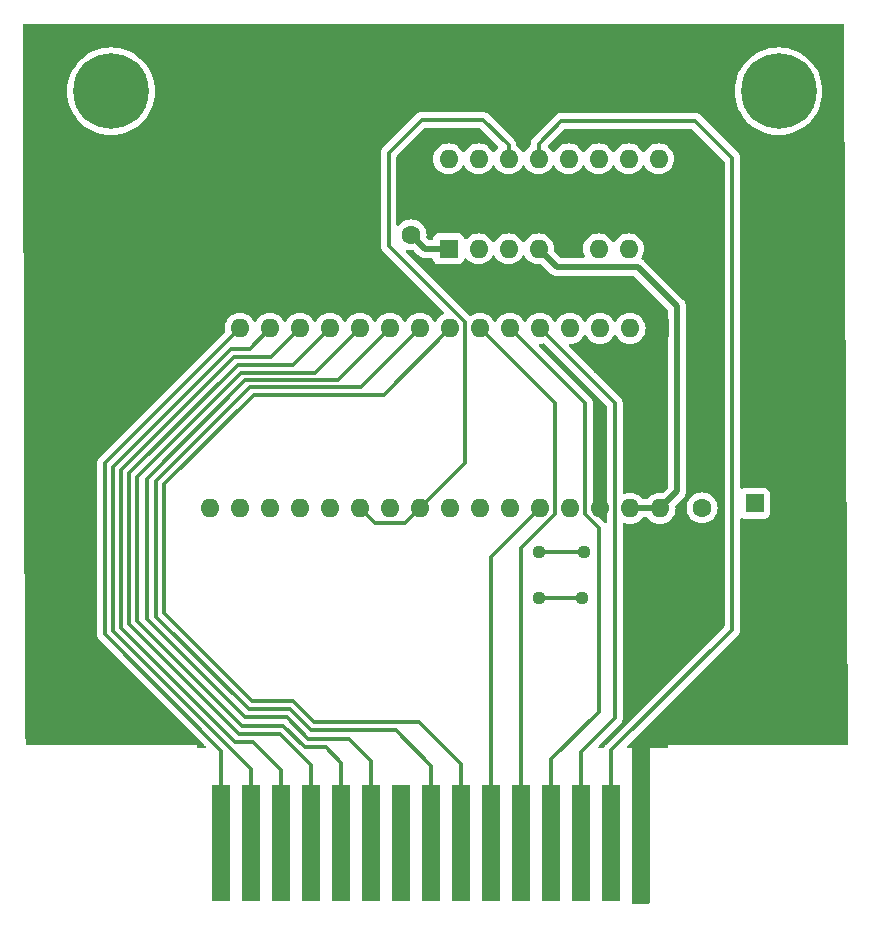
<source format=gbr>
%TF.GenerationSoftware,KiCad,Pcbnew,7.0.11-7.0.11~ubuntu22.04.1*%
%TF.CreationDate,2024-08-09T11:46:46-04:00*%
%TF.ProjectId,colecovision_standard_cart,636f6c65-636f-4766-9973-696f6e5f7374,rev?*%
%TF.SameCoordinates,Original*%
%TF.FileFunction,Copper,L2,Bot*%
%TF.FilePolarity,Positive*%
%FSLAX46Y46*%
G04 Gerber Fmt 4.6, Leading zero omitted, Abs format (unit mm)*
G04 Created by KiCad (PCBNEW 7.0.11-7.0.11~ubuntu22.04.1) date 2024-08-09 11:46:46*
%MOMM*%
%LPD*%
G01*
G04 APERTURE LIST*
%TA.AperFunction,ComponentPad*%
%ADD10C,1.600000*%
%TD*%
%TA.AperFunction,ComponentPad*%
%ADD11C,6.400000*%
%TD*%
%TA.AperFunction,ComponentPad*%
%ADD12R,1.600000X1.600000*%
%TD*%
%TA.AperFunction,ComponentPad*%
%ADD13O,1.600000X1.600000*%
%TD*%
%TA.AperFunction,ConnectorPad*%
%ADD14R,1.524000X9.906000*%
%TD*%
%TA.AperFunction,ViaPad*%
%ADD15C,1.117600*%
%TD*%
%TA.AperFunction,Conductor*%
%ADD16C,0.508000*%
%TD*%
%TA.AperFunction,Conductor*%
%ADD17C,0.304800*%
%TD*%
G04 APERTURE END LIST*
D10*
%TO.P,C1,1*%
%TO.N,+5V*%
X160401000Y-96480000D03*
%TO.P,C1,2*%
%TO.N,GNDD*%
X160401000Y-91480000D03*
%TD*%
%TO.P,C2,1*%
%TO.N,+5V*%
X135763000Y-73366000D03*
%TO.P,C2,2*%
%TO.N,GNDD*%
X135763000Y-68366000D03*
%TD*%
D11*
%TO.P,H2,1*%
%TO.N,N/C*%
X166878000Y-61214000D03*
%TD*%
D12*
%TO.P,U1,1,I4*%
%TO.N,+5V*%
X138938000Y-74549000D03*
D13*
%TO.P,U1,2,I5*%
X141478000Y-74549000D03*
%TO.P,U1,3,I6*%
X144018000Y-74549000D03*
%TO.P,U1,4,I7*%
X146558000Y-74549000D03*
%TO.P,U1,5,EI*%
%TO.N,GNDD*%
X149098000Y-74549000D03*
%TO.P,U1,6,S2*%
%TO.N,unconnected-(U1-S2-Pad6)*%
X151638000Y-74549000D03*
%TO.P,U1,7,S1*%
%TO.N,Net-(U1-S1)*%
X154178000Y-74549000D03*
%TO.P,U1,8,GND*%
%TO.N,GNDD*%
X156718000Y-74549000D03*
%TO.P,U1,9,S0*%
%TO.N,Net-(U1-S0)*%
X156718000Y-66929000D03*
%TO.P,U1,10,IO*%
%TO.N,/~{CS_h8000}*%
X154178000Y-66929000D03*
%TO.P,U1,11,I1*%
%TO.N,/~{CS_hA000}*%
X151638000Y-66929000D03*
%TO.P,U1,12,I2*%
%TO.N,/~{CS_hC000}*%
X149098000Y-66929000D03*
%TO.P,U1,13,I3*%
%TO.N,/~{CS_hE000}*%
X146558000Y-66929000D03*
%TO.P,U1,14,GS*%
%TO.N,Net-(U1-GS)*%
X144018000Y-66929000D03*
%TO.P,U1,15,EO*%
%TO.N,unconnected-(U1-EO-Pad15)*%
X141478000Y-66929000D03*
%TO.P,U1,16,VCC*%
%TO.N,+5V*%
X138938000Y-66929000D03*
%TD*%
D12*
%TO.P,U2,1,NC*%
%TO.N,GNDD*%
X156845000Y-81280000D03*
D13*
%TO.P,U2,2,A16*%
%TO.N,Net-(U1-S1)*%
X154305000Y-81280000D03*
%TO.P,U2,3,A15*%
%TO.N,Net-(U1-S0)*%
X151765000Y-81280000D03*
%TO.P,U2,4,A12*%
%TO.N,/A12*%
X149225000Y-81280000D03*
%TO.P,U2,5,A7*%
%TO.N,/A7*%
X146685000Y-81280000D03*
%TO.P,U2,6,A6*%
%TO.N,/A6*%
X144145000Y-81280000D03*
%TO.P,U2,7,A5*%
%TO.N,/A5*%
X141605000Y-81280000D03*
%TO.P,U2,8,A4*%
%TO.N,/A4*%
X139065000Y-81280000D03*
%TO.P,U2,9,A3*%
%TO.N,/A3*%
X136525000Y-81280000D03*
%TO.P,U2,10,A2*%
%TO.N,/A2*%
X133985000Y-81280000D03*
%TO.P,U2,11,A1*%
%TO.N,/A1*%
X131445000Y-81280000D03*
%TO.P,U2,12,A0*%
%TO.N,/A0*%
X128905000Y-81280000D03*
%TO.P,U2,13,D0*%
%TO.N,/D0*%
X126365000Y-81280000D03*
%TO.P,U2,14,D1*%
%TO.N,/D1*%
X123825000Y-81280000D03*
%TO.P,U2,15,D2*%
%TO.N,/D2*%
X121285000Y-81280000D03*
%TO.P,U2,16,GND*%
%TO.N,GNDD*%
X118745000Y-81280000D03*
%TO.P,U2,17,D3*%
%TO.N,/D3*%
X118745000Y-96520000D03*
%TO.P,U2,18,D4*%
%TO.N,/D4*%
X121285000Y-96520000D03*
%TO.P,U2,19,D5*%
%TO.N,/D5*%
X123825000Y-96520000D03*
%TO.P,U2,20,D6*%
%TO.N,/D6*%
X126365000Y-96520000D03*
%TO.P,U2,21,D7*%
%TO.N,/D7*%
X128905000Y-96520000D03*
%TO.P,U2,22,CE*%
%TO.N,Net-(U1-GS)*%
X131445000Y-96520000D03*
%TO.P,U2,23,A10*%
%TO.N,/A10*%
X133985000Y-96520000D03*
%TO.P,U2,24,OE*%
%TO.N,Net-(U1-GS)*%
X136525000Y-96520000D03*
%TO.P,U2,25,A11*%
%TO.N,/A11*%
X139065000Y-96520000D03*
%TO.P,U2,26,A9*%
%TO.N,/A9*%
X141605000Y-96520000D03*
%TO.P,U2,27,A8*%
%TO.N,/A8*%
X144145000Y-96520000D03*
%TO.P,U2,28,A13*%
%TO.N,/A13*%
X146685000Y-96520000D03*
%TO.P,U2,29,A14*%
%TO.N,/A14*%
X149225000Y-96520000D03*
%TO.P,U2,30,NC*%
%TO.N,GNDD*%
X151765000Y-96520000D03*
%TO.P,U2,31,PGM*%
%TO.N,+5V*%
X154305000Y-96520000D03*
%TO.P,U2,32,VCC*%
X156845000Y-96520000D03*
%TD*%
D12*
%TO.P,C10,1*%
%TO.N,+5V*%
X164846000Y-96099000D03*
D10*
%TO.P,C10,2*%
%TO.N,GNDD*%
X164846000Y-93599000D03*
%TD*%
D14*
%TO.P,J1,1,Pin_1*%
%TO.N,/D2*%
X119705000Y-124824000D03*
%TO.P,J1,3,Pin_3*%
%TO.N,/D1*%
X122245000Y-124824000D03*
%TO.P,J1,5,Pin_5*%
%TO.N,/D0*%
X124785000Y-124824000D03*
%TO.P,J1,7,Pin_7*%
%TO.N,/A0*%
X127325000Y-124824000D03*
%TO.P,J1,9,Pin_9*%
%TO.N,/A1*%
X129865000Y-124824000D03*
%TO.P,J1,11,Pin_11*%
%TO.N,/A2*%
X132405000Y-124824000D03*
%TO.P,J1,13,Pin_13*%
%TO.N,GND*%
X134945000Y-124824000D03*
%TO.P,J1,15,Pin_15*%
%TO.N,/A3*%
X137485000Y-124824000D03*
%TO.P,J1,17,Pin_17*%
%TO.N,/A4*%
X140025000Y-124824000D03*
%TO.P,J1,19,Pin_19*%
%TO.N,/A13*%
X142565000Y-124824000D03*
%TO.P,J1,21,Pin_21*%
%TO.N,/A5*%
X145105000Y-124824000D03*
%TO.P,J1,23,Pin_23*%
%TO.N,/A6*%
X147645000Y-124824000D03*
%TO.P,J1,25,Pin_25*%
%TO.N,/A7*%
X150185000Y-124824000D03*
%TO.P,J1,27,Pin_27*%
%TO.N,/~{CS_hE000}*%
X152725000Y-124824000D03*
%TO.P,J1,29,Pin_29*%
%TO.N,GNDD*%
X155265000Y-124824000D03*
%TD*%
D11*
%TO.P,H1,1*%
%TO.N,N/C*%
X110363000Y-61214000D03*
%TD*%
D15*
%TO.N,GNDD*%
X151688800Y-84632800D03*
%TO.N,/A9*%
X150241000Y-104140000D03*
X146558000Y-104140000D03*
%TO.N,/A8*%
X146558000Y-100203000D03*
X150368000Y-100203000D03*
%TD*%
D16*
%TO.N,+5V*%
X136946000Y-74549000D02*
X135763000Y-73366000D01*
X158280000Y-95085000D02*
X158280000Y-79413000D01*
X156845000Y-96520000D02*
X154305000Y-96520000D01*
X158280000Y-79413000D02*
X154940000Y-76073000D01*
X148082000Y-76073000D02*
X146558000Y-74549000D01*
X156845000Y-96520000D02*
X158280000Y-95085000D01*
X154940000Y-76073000D02*
X148082000Y-76073000D01*
X138938000Y-74549000D02*
X136946000Y-74549000D01*
D17*
%TO.N,/D2*%
X109855000Y-92710000D02*
X121285000Y-81280000D01*
X119705000Y-124824000D02*
X119705000Y-117038000D01*
X109855000Y-107188000D02*
X109855000Y-92710000D01*
X119705000Y-117038000D02*
X109855000Y-107188000D01*
%TO.N,/D1*%
X110540800Y-92994068D02*
X120521468Y-83013400D01*
X122245000Y-118608132D02*
X110540800Y-106903932D01*
X122091600Y-83013400D02*
X123825000Y-81280000D01*
X110540800Y-106903932D02*
X110540800Y-92994068D01*
X122245000Y-124824000D02*
X122245000Y-118608132D01*
X120521468Y-83013400D02*
X122091600Y-83013400D01*
%TO.N,/D0*%
X124785000Y-118689000D02*
X122377200Y-116281200D01*
X111226600Y-106619864D02*
X111226600Y-93278136D01*
X123945800Y-83699200D02*
X126365000Y-81280000D01*
X111226600Y-93278136D02*
X120805536Y-83699200D01*
X120887936Y-116281200D02*
X111226600Y-106619864D01*
X120805536Y-83699200D02*
X123945800Y-83699200D01*
X124785000Y-124824000D02*
X124785000Y-118689000D01*
X122377200Y-116281200D02*
X120887936Y-116281200D01*
%TO.N,/A0*%
X121172004Y-115595400D02*
X111912400Y-106335796D01*
X127325000Y-118261868D02*
X124658532Y-115595400D01*
X111912400Y-93562204D02*
X121089604Y-84385000D01*
X111912400Y-106335796D02*
X111912400Y-93562204D01*
X124658532Y-115595400D02*
X121172004Y-115595400D01*
X127325000Y-124824000D02*
X127325000Y-118261868D01*
X121089604Y-84385000D02*
X125800000Y-84385000D01*
X125800000Y-84385000D02*
X128905000Y-81280000D01*
%TO.N,/A1*%
X112598200Y-93846272D02*
X121373672Y-85070800D01*
X126746000Y-116713000D02*
X124942600Y-114909600D01*
X127654200Y-85070800D02*
X131445000Y-81280000D01*
X128524000Y-116713000D02*
X126746000Y-116713000D01*
X124942600Y-114909600D02*
X121456072Y-114909600D01*
X121373672Y-85070800D02*
X127654200Y-85070800D01*
X112598200Y-106051728D02*
X112598200Y-93846272D01*
X121456072Y-114909600D02*
X112598200Y-106051728D01*
X129865000Y-124824000D02*
X129865000Y-118054000D01*
X129865000Y-118054000D02*
X128524000Y-116713000D01*
%TO.N,/A2*%
X121740140Y-114223800D02*
X113411000Y-105894660D01*
X129584600Y-85680400D02*
X133985000Y-81280000D01*
X113411000Y-94003340D02*
X121733940Y-85680400D01*
X132405000Y-124824000D02*
X132405000Y-117927000D01*
X132405000Y-117927000D02*
X130505200Y-116027200D01*
X125226668Y-114223800D02*
X121740140Y-114223800D01*
X113411000Y-105894660D02*
X113411000Y-94003340D01*
X127030068Y-116027200D02*
X125226668Y-114223800D01*
X121733940Y-85680400D02*
X129584600Y-85680400D01*
X130505200Y-116027200D02*
X127030068Y-116027200D01*
%TO.N,/A3*%
X122094208Y-86290000D02*
X131515000Y-86290000D01*
X114173000Y-94211208D02*
X122094208Y-86290000D01*
X125510736Y-113538000D02*
X122024208Y-113538000D01*
X122024208Y-113538000D02*
X114173000Y-105686792D01*
X137485000Y-124824000D02*
X137485000Y-118308000D01*
X114173000Y-105686792D02*
X114173000Y-94211208D01*
X131515000Y-86290000D02*
X136525000Y-81280000D01*
X137485000Y-118308000D02*
X134493000Y-115316000D01*
X127288736Y-115316000D02*
X125510736Y-113538000D01*
X134493000Y-115316000D02*
X127288736Y-115316000D01*
%TO.N,/A4*%
X133445400Y-86899600D02*
X139065000Y-81280000D01*
X140025000Y-124824000D02*
X140025000Y-118181000D01*
X122308276Y-112852200D02*
X114858800Y-105402724D01*
X125794804Y-112852200D02*
X122308276Y-112852200D01*
X136474200Y-114630200D02*
X127572804Y-114630200D01*
X140025000Y-118181000D02*
X136474200Y-114630200D01*
X127572804Y-114630200D02*
X125794804Y-112852200D01*
X114858800Y-94495276D02*
X122454476Y-86899600D01*
X122454476Y-86899600D02*
X133445400Y-86899600D01*
X114858800Y-105402724D02*
X114858800Y-94495276D01*
%TO.N,/A13*%
X142565000Y-100640000D02*
X146685000Y-96520000D01*
X142565000Y-124824000D02*
X142565000Y-100640000D01*
%TO.N,/A5*%
X147967800Y-97040750D02*
X147967800Y-87642800D01*
X145105000Y-124824000D02*
X145105000Y-99903550D01*
X145105000Y-99903550D02*
X147967800Y-97040750D01*
X147967800Y-87642800D02*
X141605000Y-81280000D01*
%TO.N,/A6*%
X151638000Y-98170950D02*
X150507800Y-97040750D01*
X147645000Y-124824000D02*
X147645000Y-117785000D01*
X150507800Y-87642800D02*
X144145000Y-81280000D01*
X151638000Y-113792000D02*
X151638000Y-98170950D01*
X150507800Y-97040750D02*
X150507800Y-87642800D01*
X147645000Y-117785000D02*
X151638000Y-113792000D01*
%TO.N,/A7*%
X150185000Y-117150000D02*
X153022200Y-114312800D01*
X153022200Y-87617200D02*
X146685000Y-81280000D01*
X150185000Y-124824000D02*
X150185000Y-117150000D01*
X153022200Y-114312800D02*
X153022200Y-87617200D01*
%TO.N,/A9*%
X150241000Y-104140000D02*
X146558000Y-104140000D01*
%TO.N,/~{CS_hE000}*%
X162966400Y-106781600D02*
X162966400Y-66852800D01*
X146558000Y-65633600D02*
X146558000Y-66929000D01*
X152725000Y-124824000D02*
X152725000Y-117023000D01*
X152725000Y-117023000D02*
X162966400Y-106781600D01*
X148488400Y-63703200D02*
X146558000Y-65633600D01*
X159816800Y-63703200D02*
X148488400Y-63703200D01*
X162966400Y-66852800D02*
X159816800Y-63703200D01*
%TO.N,/A8*%
X150368000Y-100203000D02*
X146558000Y-100203000D01*
%TO.N,Net-(U1-GS)*%
X141859000Y-63627000D02*
X144018000Y-65786000D01*
X144018000Y-65786000D02*
X144018000Y-66929000D01*
X136652000Y-63627000D02*
X141859000Y-63627000D01*
X133858000Y-74295000D02*
X133858000Y-66421000D01*
X135267800Y-97777200D02*
X132702200Y-97777200D01*
X140322200Y-92722800D02*
X140322200Y-80759200D01*
X133858000Y-66421000D02*
X136652000Y-63627000D01*
X140322200Y-80759200D02*
X133858000Y-74295000D01*
X132702200Y-97777200D02*
X131445000Y-96520000D01*
X136525000Y-96520000D02*
X135267800Y-97777200D01*
X136525000Y-96520000D02*
X140322200Y-92722800D01*
%TD*%
%TA.AperFunction,Conductor*%
%TO.N,GNDD*%
G36*
X172392976Y-55519002D02*
G01*
X172439469Y-55572658D01*
X172450853Y-55624443D01*
X172537861Y-75331502D01*
X172719441Y-116459444D01*
X172699740Y-116527652D01*
X172646290Y-116574381D01*
X172593442Y-116586000D01*
X157480000Y-116586000D01*
X157480000Y-116714000D01*
X157459998Y-116782121D01*
X157406342Y-116828614D01*
X157354000Y-116840000D01*
X155956000Y-116840000D01*
X155956000Y-129904500D01*
X155935998Y-129972621D01*
X155882342Y-130019114D01*
X155830000Y-130030500D01*
X154558000Y-130030500D01*
X154489879Y-130010498D01*
X154443386Y-129956842D01*
X154432000Y-129904500D01*
X154432000Y-116840000D01*
X154146843Y-116840000D01*
X154078722Y-116819998D01*
X154032229Y-116766342D01*
X154022125Y-116696068D01*
X154051619Y-116631488D01*
X154057748Y-116624905D01*
X158528258Y-112154395D01*
X163416920Y-107265732D01*
X163422447Y-107260530D01*
X163464724Y-107223077D01*
X163496820Y-107176575D01*
X163501295Y-107170493D01*
X163536139Y-107126020D01*
X163539724Y-107118053D01*
X163550927Y-107098189D01*
X163555896Y-107090991D01*
X163575923Y-107038183D01*
X163578837Y-107031148D01*
X163602006Y-106979671D01*
X163602006Y-106979670D01*
X163602009Y-106979664D01*
X163603585Y-106971059D01*
X163609708Y-106949097D01*
X163612808Y-106940925D01*
X163619616Y-106884850D01*
X163620752Y-106877382D01*
X163630940Y-106821797D01*
X163627530Y-106765425D01*
X163627300Y-106757817D01*
X163627300Y-97467025D01*
X163647302Y-97398904D01*
X163700958Y-97352411D01*
X163771232Y-97342307D01*
X163797333Y-97348970D01*
X163799795Y-97349888D01*
X163799796Y-97349889D01*
X163854239Y-97370195D01*
X163936795Y-97400988D01*
X163936803Y-97400990D01*
X163997350Y-97407499D01*
X163997355Y-97407499D01*
X163997362Y-97407500D01*
X163997368Y-97407500D01*
X165694632Y-97407500D01*
X165694638Y-97407500D01*
X165694645Y-97407499D01*
X165694649Y-97407499D01*
X165755196Y-97400990D01*
X165755199Y-97400989D01*
X165755201Y-97400989D01*
X165892204Y-97349889D01*
X165902333Y-97342307D01*
X166009261Y-97262261D01*
X166096887Y-97145207D01*
X166096887Y-97145206D01*
X166096889Y-97145204D01*
X166147989Y-97008201D01*
X166152178Y-96969243D01*
X166154499Y-96947649D01*
X166154500Y-96947632D01*
X166154500Y-95250367D01*
X166154499Y-95250350D01*
X166147990Y-95189803D01*
X166147988Y-95189795D01*
X166118924Y-95111875D01*
X166096889Y-95052796D01*
X166096888Y-95052794D01*
X166096887Y-95052792D01*
X166009261Y-94935738D01*
X165892207Y-94848112D01*
X165892202Y-94848110D01*
X165755204Y-94797011D01*
X165755196Y-94797009D01*
X165694649Y-94790500D01*
X165694638Y-94790500D01*
X163997362Y-94790500D01*
X163997350Y-94790500D01*
X163936803Y-94797009D01*
X163936802Y-94797010D01*
X163936799Y-94797010D01*
X163936799Y-94797011D01*
X163799796Y-94848111D01*
X163799795Y-94848111D01*
X163797333Y-94849030D01*
X163726517Y-94854095D01*
X163664205Y-94820070D01*
X163630180Y-94757758D01*
X163627300Y-94730974D01*
X163627300Y-66876581D01*
X163627530Y-66868973D01*
X163630940Y-66812603D01*
X163620751Y-66757011D01*
X163619616Y-66749552D01*
X163612808Y-66693475D01*
X163609706Y-66685298D01*
X163603585Y-66663338D01*
X163602009Y-66654736D01*
X163578829Y-66603234D01*
X163575928Y-66596231D01*
X163555896Y-66543409D01*
X163550929Y-66536213D01*
X163539724Y-66516346D01*
X163536139Y-66508380D01*
X163536136Y-66508376D01*
X163501318Y-66463935D01*
X163496821Y-66457824D01*
X163464724Y-66411323D01*
X163422437Y-66373860D01*
X163416896Y-66368643D01*
X160300956Y-63252703D01*
X160295738Y-63247161D01*
X160295545Y-63246943D01*
X160258277Y-63204876D01*
X160211773Y-63172776D01*
X160205657Y-63168275D01*
X160161220Y-63133461D01*
X160153246Y-63129872D01*
X160133387Y-63118671D01*
X160126191Y-63113704D01*
X160126189Y-63113703D01*
X160073390Y-63093678D01*
X160066362Y-63090767D01*
X160014869Y-63067593D01*
X160014861Y-63067590D01*
X160009396Y-63066589D01*
X160006260Y-63066014D01*
X159984295Y-63059890D01*
X159976124Y-63056791D01*
X159920074Y-63049985D01*
X159912552Y-63048840D01*
X159856999Y-63038660D01*
X159856997Y-63038660D01*
X159804316Y-63041846D01*
X159800626Y-63042070D01*
X159793018Y-63042300D01*
X148512182Y-63042300D01*
X148504574Y-63042070D01*
X148502058Y-63041917D01*
X148448203Y-63038660D01*
X148448202Y-63038660D01*
X148448200Y-63038660D01*
X148448199Y-63038660D01*
X148392645Y-63048840D01*
X148385124Y-63049985D01*
X148329076Y-63056791D01*
X148320893Y-63059894D01*
X148298943Y-63066013D01*
X148290333Y-63067591D01*
X148238846Y-63090763D01*
X148231820Y-63093673D01*
X148179012Y-63113702D01*
X148179000Y-63113708D01*
X148171801Y-63118677D01*
X148151961Y-63129867D01*
X148143988Y-63133456D01*
X148143973Y-63133465D01*
X148099523Y-63168287D01*
X148093400Y-63172793D01*
X148046922Y-63204876D01*
X148009468Y-63247152D01*
X148004252Y-63252692D01*
X146107501Y-65149444D01*
X146101961Y-65154660D01*
X146059677Y-65192121D01*
X146027589Y-65238608D01*
X146023081Y-65244735D01*
X145988258Y-65289184D01*
X145984670Y-65297156D01*
X145973475Y-65317006D01*
X145968505Y-65324207D01*
X145968502Y-65324212D01*
X145948473Y-65377020D01*
X145945563Y-65384046D01*
X145922391Y-65435533D01*
X145920813Y-65444143D01*
X145914694Y-65466093D01*
X145911591Y-65474276D01*
X145904785Y-65530324D01*
X145903640Y-65537845D01*
X145893460Y-65593399D01*
X145893460Y-65593400D01*
X145896870Y-65649773D01*
X145897100Y-65657381D01*
X145897100Y-65728791D01*
X145877098Y-65796912D01*
X145843371Y-65832004D01*
X145713700Y-65922801D01*
X145551799Y-66084703D01*
X145420477Y-66272250D01*
X145402195Y-66311457D01*
X145355278Y-66364742D01*
X145287001Y-66384203D01*
X145219041Y-66363661D01*
X145173805Y-66311457D01*
X145171894Y-66307359D01*
X145155523Y-66272251D01*
X145024198Y-66084700D01*
X144862300Y-65922802D01*
X144862296Y-65922799D01*
X144735596Y-65834082D01*
X144691268Y-65778625D01*
X144685422Y-65753025D01*
X144683914Y-65753302D01*
X144682540Y-65745803D01*
X144672350Y-65690206D01*
X144671217Y-65682757D01*
X144664408Y-65626675D01*
X144661306Y-65618498D01*
X144655185Y-65596538D01*
X144653609Y-65587936D01*
X144630429Y-65536434D01*
X144627528Y-65529431D01*
X144607496Y-65476609D01*
X144602529Y-65469413D01*
X144591324Y-65449546D01*
X144587739Y-65441580D01*
X144587736Y-65441576D01*
X144552918Y-65397135D01*
X144548421Y-65391024D01*
X144516324Y-65344523D01*
X144474037Y-65307060D01*
X144468496Y-65301843D01*
X142343156Y-63176503D01*
X142337938Y-63170961D01*
X142335558Y-63168275D01*
X142300477Y-63128676D01*
X142253973Y-63096576D01*
X142247857Y-63092075D01*
X142203420Y-63057261D01*
X142195446Y-63053672D01*
X142175587Y-63042471D01*
X142175006Y-63042070D01*
X142168391Y-63037504D01*
X142168389Y-63037503D01*
X142115590Y-63017478D01*
X142108562Y-63014567D01*
X142057069Y-62991393D01*
X142057061Y-62991390D01*
X142051596Y-62990389D01*
X142048460Y-62989814D01*
X142026495Y-62983690D01*
X142018324Y-62980591D01*
X141962274Y-62973785D01*
X141954752Y-62972640D01*
X141899199Y-62962460D01*
X141899197Y-62962460D01*
X141846516Y-62965646D01*
X141842826Y-62965870D01*
X141835218Y-62966100D01*
X136675782Y-62966100D01*
X136668174Y-62965870D01*
X136665658Y-62965717D01*
X136611803Y-62962460D01*
X136611802Y-62962460D01*
X136611800Y-62962460D01*
X136611799Y-62962460D01*
X136556245Y-62972640D01*
X136548724Y-62973785D01*
X136492676Y-62980591D01*
X136484493Y-62983694D01*
X136462543Y-62989813D01*
X136453933Y-62991391D01*
X136402435Y-63014568D01*
X136395407Y-63017479D01*
X136342608Y-63037503D01*
X136342608Y-63037504D01*
X136335406Y-63042475D01*
X136315555Y-63053671D01*
X136307587Y-63057257D01*
X136307582Y-63057260D01*
X136307581Y-63057261D01*
X136290305Y-63070795D01*
X136263136Y-63092079D01*
X136257012Y-63096584D01*
X136210532Y-63128668D01*
X136210522Y-63128676D01*
X136173067Y-63170953D01*
X136167852Y-63176492D01*
X133407501Y-65936844D01*
X133401961Y-65942060D01*
X133359677Y-65979521D01*
X133327589Y-66026008D01*
X133323081Y-66032135D01*
X133288258Y-66076584D01*
X133284670Y-66084556D01*
X133273475Y-66104406D01*
X133268505Y-66111607D01*
X133268502Y-66111612D01*
X133248473Y-66164420D01*
X133245563Y-66171446D01*
X133222391Y-66222933D01*
X133220813Y-66231543D01*
X133214694Y-66253493D01*
X133211591Y-66261676D01*
X133204785Y-66317724D01*
X133203640Y-66325245D01*
X133193460Y-66380799D01*
X133193460Y-66380800D01*
X133196870Y-66437173D01*
X133197100Y-66444781D01*
X133197100Y-74271217D01*
X133196870Y-74278825D01*
X133193460Y-74335197D01*
X133203640Y-74390752D01*
X133204785Y-74398274D01*
X133211591Y-74454324D01*
X133214690Y-74462495D01*
X133220815Y-74484463D01*
X133222390Y-74493061D01*
X133222393Y-74493069D01*
X133245567Y-74544562D01*
X133248478Y-74551590D01*
X133268503Y-74604389D01*
X133268503Y-74604390D01*
X133273471Y-74611587D01*
X133284672Y-74631446D01*
X133288261Y-74639420D01*
X133323075Y-74683857D01*
X133327576Y-74689973D01*
X133359676Y-74736477D01*
X133392144Y-74765241D01*
X133401961Y-74773938D01*
X133407503Y-74779156D01*
X138528279Y-79899932D01*
X138562305Y-79962244D01*
X138557240Y-80033059D01*
X138514693Y-80089895D01*
X138492434Y-80103222D01*
X138408250Y-80142477D01*
X138220703Y-80273799D01*
X138220697Y-80273804D01*
X138058804Y-80435697D01*
X138058799Y-80435703D01*
X137927477Y-80623250D01*
X137909195Y-80662457D01*
X137862278Y-80715742D01*
X137794001Y-80735203D01*
X137726041Y-80714661D01*
X137680805Y-80662457D01*
X137678894Y-80658359D01*
X137662523Y-80623251D01*
X137531198Y-80435700D01*
X137369300Y-80273802D01*
X137362973Y-80269372D01*
X137181749Y-80142477D01*
X136974246Y-80045717D01*
X136974240Y-80045715D01*
X136880771Y-80020670D01*
X136753087Y-79986457D01*
X136525000Y-79966502D01*
X136296913Y-79986457D01*
X136075759Y-80045715D01*
X136075753Y-80045717D01*
X135868250Y-80142477D01*
X135680703Y-80273799D01*
X135680697Y-80273804D01*
X135518804Y-80435697D01*
X135518799Y-80435703D01*
X135387477Y-80623250D01*
X135369195Y-80662457D01*
X135322278Y-80715742D01*
X135254001Y-80735203D01*
X135186041Y-80714661D01*
X135140805Y-80662457D01*
X135138894Y-80658359D01*
X135122523Y-80623251D01*
X134991198Y-80435700D01*
X134829300Y-80273802D01*
X134822973Y-80269372D01*
X134641749Y-80142477D01*
X134434246Y-80045717D01*
X134434240Y-80045715D01*
X134340771Y-80020670D01*
X134213087Y-79986457D01*
X133985000Y-79966502D01*
X133756913Y-79986457D01*
X133535759Y-80045715D01*
X133535753Y-80045717D01*
X133328250Y-80142477D01*
X133140703Y-80273799D01*
X133140697Y-80273804D01*
X132978804Y-80435697D01*
X132978799Y-80435703D01*
X132847477Y-80623250D01*
X132829195Y-80662457D01*
X132782278Y-80715742D01*
X132714001Y-80735203D01*
X132646041Y-80714661D01*
X132600805Y-80662457D01*
X132598894Y-80658359D01*
X132582523Y-80623251D01*
X132451198Y-80435700D01*
X132289300Y-80273802D01*
X132282973Y-80269372D01*
X132101749Y-80142477D01*
X131894246Y-80045717D01*
X131894240Y-80045715D01*
X131800771Y-80020670D01*
X131673087Y-79986457D01*
X131445000Y-79966502D01*
X131216913Y-79986457D01*
X130995759Y-80045715D01*
X130995753Y-80045717D01*
X130788250Y-80142477D01*
X130600703Y-80273799D01*
X130600697Y-80273804D01*
X130438804Y-80435697D01*
X130438799Y-80435703D01*
X130307477Y-80623250D01*
X130289195Y-80662457D01*
X130242278Y-80715742D01*
X130174001Y-80735203D01*
X130106041Y-80714661D01*
X130060805Y-80662457D01*
X130058894Y-80658359D01*
X130042523Y-80623251D01*
X129911198Y-80435700D01*
X129749300Y-80273802D01*
X129742973Y-80269372D01*
X129561749Y-80142477D01*
X129354246Y-80045717D01*
X129354240Y-80045715D01*
X129260771Y-80020670D01*
X129133087Y-79986457D01*
X128905000Y-79966502D01*
X128676913Y-79986457D01*
X128455759Y-80045715D01*
X128455753Y-80045717D01*
X128248250Y-80142477D01*
X128060703Y-80273799D01*
X128060697Y-80273804D01*
X127898804Y-80435697D01*
X127898799Y-80435703D01*
X127767477Y-80623250D01*
X127749195Y-80662457D01*
X127702278Y-80715742D01*
X127634001Y-80735203D01*
X127566041Y-80714661D01*
X127520805Y-80662457D01*
X127518894Y-80658359D01*
X127502523Y-80623251D01*
X127371198Y-80435700D01*
X127209300Y-80273802D01*
X127202973Y-80269372D01*
X127021749Y-80142477D01*
X126814246Y-80045717D01*
X126814240Y-80045715D01*
X126720771Y-80020670D01*
X126593087Y-79986457D01*
X126365000Y-79966502D01*
X126136913Y-79986457D01*
X125915759Y-80045715D01*
X125915753Y-80045717D01*
X125708250Y-80142477D01*
X125520703Y-80273799D01*
X125520697Y-80273804D01*
X125358804Y-80435697D01*
X125358799Y-80435703D01*
X125227477Y-80623250D01*
X125209195Y-80662457D01*
X125162278Y-80715742D01*
X125094001Y-80735203D01*
X125026041Y-80714661D01*
X124980805Y-80662457D01*
X124978894Y-80658359D01*
X124962523Y-80623251D01*
X124831198Y-80435700D01*
X124669300Y-80273802D01*
X124662973Y-80269372D01*
X124481749Y-80142477D01*
X124274246Y-80045717D01*
X124274240Y-80045715D01*
X124180771Y-80020670D01*
X124053087Y-79986457D01*
X123825000Y-79966502D01*
X123596913Y-79986457D01*
X123375759Y-80045715D01*
X123375753Y-80045717D01*
X123168250Y-80142477D01*
X122980703Y-80273799D01*
X122980697Y-80273804D01*
X122818804Y-80435697D01*
X122818799Y-80435703D01*
X122687477Y-80623250D01*
X122669195Y-80662457D01*
X122622278Y-80715742D01*
X122554001Y-80735203D01*
X122486041Y-80714661D01*
X122440805Y-80662457D01*
X122438894Y-80658359D01*
X122422523Y-80623251D01*
X122291198Y-80435700D01*
X122129300Y-80273802D01*
X122122973Y-80269372D01*
X121941749Y-80142477D01*
X121734246Y-80045717D01*
X121734240Y-80045715D01*
X121640771Y-80020670D01*
X121513087Y-79986457D01*
X121285000Y-79966502D01*
X121056913Y-79986457D01*
X120835759Y-80045715D01*
X120835753Y-80045717D01*
X120628250Y-80142477D01*
X120440703Y-80273799D01*
X120440697Y-80273804D01*
X120278804Y-80435697D01*
X120278799Y-80435703D01*
X120147477Y-80623250D01*
X120050717Y-80830753D01*
X120050715Y-80830759D01*
X119991457Y-81051913D01*
X119971502Y-81280000D01*
X119991457Y-81508088D01*
X120000271Y-81540981D01*
X119998581Y-81611957D01*
X119967659Y-81662686D01*
X109404501Y-92225844D01*
X109398961Y-92231060D01*
X109356677Y-92268521D01*
X109324589Y-92315008D01*
X109320081Y-92321135D01*
X109285258Y-92365584D01*
X109281670Y-92373556D01*
X109270475Y-92393406D01*
X109265505Y-92400607D01*
X109265502Y-92400612D01*
X109245473Y-92453420D01*
X109242563Y-92460446D01*
X109219391Y-92511933D01*
X109217813Y-92520543D01*
X109211694Y-92542493D01*
X109208591Y-92550676D01*
X109201785Y-92606724D01*
X109200640Y-92614245D01*
X109190460Y-92669799D01*
X109190460Y-92669800D01*
X109190460Y-92669802D01*
X109190460Y-92669803D01*
X109193870Y-92726173D01*
X109194100Y-92733781D01*
X109194100Y-107164217D01*
X109193870Y-107171825D01*
X109190460Y-107228197D01*
X109200640Y-107283752D01*
X109201785Y-107291274D01*
X109208591Y-107347324D01*
X109211690Y-107355495D01*
X109217815Y-107377463D01*
X109219390Y-107386061D01*
X109219393Y-107386069D01*
X109242567Y-107437562D01*
X109245478Y-107444590D01*
X109265503Y-107497389D01*
X109265503Y-107497390D01*
X109270471Y-107504587D01*
X109281672Y-107524446D01*
X109285261Y-107532420D01*
X109320075Y-107576857D01*
X109324576Y-107582973D01*
X109356676Y-107629477D01*
X109398743Y-107666745D01*
X109398961Y-107666938D01*
X109404503Y-107672156D01*
X118357251Y-116624905D01*
X118391277Y-116687217D01*
X118386212Y-116758032D01*
X118343665Y-116814868D01*
X118277145Y-116839679D01*
X118268156Y-116840000D01*
X117728000Y-116840000D01*
X117659879Y-116819998D01*
X117613386Y-116766342D01*
X117602000Y-116714000D01*
X117602000Y-116586000D01*
X103249445Y-116586000D01*
X103181324Y-116565998D01*
X103134831Y-116512342D01*
X103123446Y-116460556D01*
X103119232Y-115506195D01*
X102879532Y-61214006D01*
X106649411Y-61214006D01*
X106669752Y-61602167D01*
X106730561Y-61986097D01*
X106831168Y-62361568D01*
X106970463Y-62724443D01*
X106970467Y-62724451D01*
X107146938Y-63070795D01*
X107358637Y-63396785D01*
X107358649Y-63396802D01*
X107603253Y-63698862D01*
X107603267Y-63698877D01*
X107878122Y-63973732D01*
X107878137Y-63973746D01*
X108180197Y-64218350D01*
X108180214Y-64218362D01*
X108344123Y-64324805D01*
X108506205Y-64430062D01*
X108852547Y-64606532D01*
X108852551Y-64606533D01*
X108852556Y-64606536D01*
X109215431Y-64745831D01*
X109215436Y-64745832D01*
X109215438Y-64745833D01*
X109590901Y-64846438D01*
X109974824Y-64907246D01*
X109974826Y-64907246D01*
X109974832Y-64907247D01*
X110362994Y-64927589D01*
X110363000Y-64927589D01*
X110363006Y-64927589D01*
X110751167Y-64907247D01*
X110751171Y-64907246D01*
X110751176Y-64907246D01*
X111135099Y-64846438D01*
X111510562Y-64745833D01*
X111510565Y-64745831D01*
X111510568Y-64745831D01*
X111873443Y-64606536D01*
X111873444Y-64606535D01*
X111873453Y-64606532D01*
X112219795Y-64430062D01*
X112545793Y-64218357D01*
X112545802Y-64218350D01*
X112847862Y-63973746D01*
X112847867Y-63973740D01*
X112847876Y-63973734D01*
X113122734Y-63698876D01*
X113122740Y-63698867D01*
X113122746Y-63698862D01*
X113367350Y-63396802D01*
X113367351Y-63396799D01*
X113367357Y-63396793D01*
X113579062Y-63070795D01*
X113755532Y-62724453D01*
X113894833Y-62361562D01*
X113995438Y-61986099D01*
X114056246Y-61602176D01*
X114056246Y-61602171D01*
X114056247Y-61602167D01*
X114076589Y-61214006D01*
X163164411Y-61214006D01*
X163184752Y-61602167D01*
X163245561Y-61986097D01*
X163346168Y-62361568D01*
X163485463Y-62724443D01*
X163485467Y-62724451D01*
X163661938Y-63070795D01*
X163873637Y-63396785D01*
X163873649Y-63396802D01*
X164118253Y-63698862D01*
X164118267Y-63698877D01*
X164393122Y-63973732D01*
X164393137Y-63973746D01*
X164695197Y-64218350D01*
X164695214Y-64218362D01*
X164859123Y-64324805D01*
X165021205Y-64430062D01*
X165367547Y-64606532D01*
X165367551Y-64606533D01*
X165367556Y-64606536D01*
X165730431Y-64745831D01*
X165730436Y-64745832D01*
X165730438Y-64745833D01*
X166105901Y-64846438D01*
X166489824Y-64907246D01*
X166489826Y-64907246D01*
X166489832Y-64907247D01*
X166877994Y-64927589D01*
X166878000Y-64927589D01*
X166878006Y-64927589D01*
X167266167Y-64907247D01*
X167266171Y-64907246D01*
X167266176Y-64907246D01*
X167650099Y-64846438D01*
X168025562Y-64745833D01*
X168025565Y-64745831D01*
X168025568Y-64745831D01*
X168388443Y-64606536D01*
X168388444Y-64606535D01*
X168388453Y-64606532D01*
X168734795Y-64430062D01*
X169060793Y-64218357D01*
X169060802Y-64218350D01*
X169362862Y-63973746D01*
X169362867Y-63973740D01*
X169362876Y-63973734D01*
X169637734Y-63698876D01*
X169637740Y-63698867D01*
X169637746Y-63698862D01*
X169882350Y-63396802D01*
X169882351Y-63396799D01*
X169882357Y-63396793D01*
X170094062Y-63070795D01*
X170270532Y-62724453D01*
X170409833Y-62361562D01*
X170510438Y-61986099D01*
X170571246Y-61602176D01*
X170571246Y-61602171D01*
X170571247Y-61602167D01*
X170591589Y-61214006D01*
X170591589Y-61213993D01*
X170571247Y-60825832D01*
X170510438Y-60441902D01*
X170409831Y-60066431D01*
X170270536Y-59703556D01*
X170270532Y-59703548D01*
X170270532Y-59703547D01*
X170094062Y-59357206D01*
X169882357Y-59031207D01*
X169882354Y-59031203D01*
X169882352Y-59031200D01*
X169637746Y-58729137D01*
X169637732Y-58729122D01*
X169362877Y-58454267D01*
X169362862Y-58454253D01*
X169060802Y-58209649D01*
X169060785Y-58209637D01*
X168734795Y-57997938D01*
X168388451Y-57821467D01*
X168388443Y-57821463D01*
X168025568Y-57682168D01*
X167650097Y-57581561D01*
X167266167Y-57520752D01*
X166878006Y-57500411D01*
X166877994Y-57500411D01*
X166489832Y-57520752D01*
X166105902Y-57581561D01*
X165730431Y-57682168D01*
X165367556Y-57821463D01*
X165367548Y-57821467D01*
X165021205Y-57997938D01*
X164695203Y-58209645D01*
X164695200Y-58209647D01*
X164393137Y-58454253D01*
X164393122Y-58454267D01*
X164118267Y-58729122D01*
X164118253Y-58729137D01*
X163873647Y-59031200D01*
X163873645Y-59031203D01*
X163661938Y-59357205D01*
X163485467Y-59703548D01*
X163485463Y-59703556D01*
X163346168Y-60066431D01*
X163245561Y-60441902D01*
X163184752Y-60825832D01*
X163164411Y-61213993D01*
X163164411Y-61214006D01*
X114076589Y-61214006D01*
X114076589Y-61213993D01*
X114056247Y-60825832D01*
X113995438Y-60441902D01*
X113894831Y-60066431D01*
X113755536Y-59703556D01*
X113755532Y-59703548D01*
X113755532Y-59703547D01*
X113579062Y-59357206D01*
X113367357Y-59031207D01*
X113367354Y-59031203D01*
X113367352Y-59031200D01*
X113122746Y-58729137D01*
X113122732Y-58729122D01*
X112847877Y-58454267D01*
X112847862Y-58454253D01*
X112545802Y-58209649D01*
X112545785Y-58209637D01*
X112219795Y-57997938D01*
X111873451Y-57821467D01*
X111873443Y-57821463D01*
X111510568Y-57682168D01*
X111135097Y-57581561D01*
X110751167Y-57520752D01*
X110363006Y-57500411D01*
X110362994Y-57500411D01*
X109974832Y-57520752D01*
X109590902Y-57581561D01*
X109215431Y-57682168D01*
X108852556Y-57821463D01*
X108852548Y-57821467D01*
X108506205Y-57997938D01*
X108180203Y-58209645D01*
X108180200Y-58209647D01*
X107878137Y-58454253D01*
X107878122Y-58454267D01*
X107603267Y-58729122D01*
X107603253Y-58729137D01*
X107358647Y-59031200D01*
X107358645Y-59031203D01*
X107146938Y-59357205D01*
X106970467Y-59703548D01*
X106970463Y-59703556D01*
X106831168Y-60066431D01*
X106730561Y-60441902D01*
X106669752Y-60825832D01*
X106649411Y-61213993D01*
X106649411Y-61214006D01*
X102879532Y-61214006D01*
X102870501Y-59168522D01*
X102870500Y-59167966D01*
X102870500Y-55625000D01*
X102890502Y-55556879D01*
X102944158Y-55510386D01*
X102996500Y-55499000D01*
X172324855Y-55499000D01*
X172392976Y-55519002D01*
G37*
%TD.AperFunction*%
%TA.AperFunction,Conductor*%
G36*
X141601178Y-64307902D02*
G01*
X141622152Y-64324805D01*
X143107829Y-65810482D01*
X143141855Y-65872794D01*
X143136790Y-65943609D01*
X143107830Y-65988672D01*
X143011799Y-66084703D01*
X142880477Y-66272250D01*
X142862195Y-66311457D01*
X142815278Y-66364742D01*
X142747001Y-66384203D01*
X142679041Y-66363661D01*
X142633805Y-66311457D01*
X142631894Y-66307359D01*
X142615523Y-66272251D01*
X142484198Y-66084700D01*
X142322300Y-65922802D01*
X142250881Y-65872794D01*
X142134749Y-65791477D01*
X141927246Y-65694717D01*
X141927240Y-65694715D01*
X141787908Y-65657381D01*
X141706087Y-65635457D01*
X141478000Y-65615502D01*
X141249913Y-65635457D01*
X141028759Y-65694715D01*
X141028753Y-65694717D01*
X140821250Y-65791477D01*
X140633703Y-65922799D01*
X140633697Y-65922804D01*
X140471804Y-66084697D01*
X140471799Y-66084703D01*
X140340477Y-66272250D01*
X140322195Y-66311457D01*
X140275278Y-66364742D01*
X140207001Y-66384203D01*
X140139041Y-66363661D01*
X140093805Y-66311457D01*
X140091894Y-66307359D01*
X140075523Y-66272251D01*
X139944198Y-66084700D01*
X139782300Y-65922802D01*
X139710881Y-65872794D01*
X139594749Y-65791477D01*
X139387246Y-65694717D01*
X139387240Y-65694715D01*
X139247908Y-65657381D01*
X139166087Y-65635457D01*
X138938000Y-65615502D01*
X138709913Y-65635457D01*
X138488759Y-65694715D01*
X138488753Y-65694717D01*
X138281250Y-65791477D01*
X138093703Y-65922799D01*
X138093697Y-65922804D01*
X137931804Y-66084697D01*
X137931799Y-66084703D01*
X137800477Y-66272250D01*
X137703717Y-66479753D01*
X137703715Y-66479759D01*
X137686661Y-66543407D01*
X137644457Y-66700913D01*
X137624502Y-66929000D01*
X137644457Y-67157087D01*
X137703716Y-67378243D01*
X137800477Y-67585749D01*
X137931802Y-67773300D01*
X138093700Y-67935198D01*
X138281251Y-68066523D01*
X138488757Y-68163284D01*
X138709913Y-68222543D01*
X138938000Y-68242498D01*
X139166087Y-68222543D01*
X139387243Y-68163284D01*
X139594749Y-68066523D01*
X139782300Y-67935198D01*
X139944198Y-67773300D01*
X140075523Y-67585749D01*
X140093805Y-67546543D01*
X140140721Y-67493258D01*
X140208998Y-67473796D01*
X140276958Y-67494337D01*
X140322195Y-67546543D01*
X140340477Y-67585749D01*
X140471802Y-67773300D01*
X140633700Y-67935198D01*
X140821251Y-68066523D01*
X141028757Y-68163284D01*
X141249913Y-68222543D01*
X141478000Y-68242498D01*
X141706087Y-68222543D01*
X141927243Y-68163284D01*
X142134749Y-68066523D01*
X142322300Y-67935198D01*
X142484198Y-67773300D01*
X142615523Y-67585749D01*
X142633805Y-67546543D01*
X142680721Y-67493258D01*
X142748998Y-67473796D01*
X142816958Y-67494337D01*
X142862195Y-67546543D01*
X142880477Y-67585749D01*
X143011802Y-67773300D01*
X143173700Y-67935198D01*
X143361251Y-68066523D01*
X143568757Y-68163284D01*
X143789913Y-68222543D01*
X144018000Y-68242498D01*
X144246087Y-68222543D01*
X144467243Y-68163284D01*
X144674749Y-68066523D01*
X144862300Y-67935198D01*
X145024198Y-67773300D01*
X145155523Y-67585749D01*
X145173805Y-67546543D01*
X145220721Y-67493258D01*
X145288998Y-67473796D01*
X145356958Y-67494337D01*
X145402195Y-67546543D01*
X145420477Y-67585749D01*
X145551802Y-67773300D01*
X145713700Y-67935198D01*
X145901251Y-68066523D01*
X146108757Y-68163284D01*
X146329913Y-68222543D01*
X146558000Y-68242498D01*
X146786087Y-68222543D01*
X147007243Y-68163284D01*
X147214749Y-68066523D01*
X147402300Y-67935198D01*
X147564198Y-67773300D01*
X147695523Y-67585749D01*
X147713805Y-67546543D01*
X147760721Y-67493258D01*
X147828998Y-67473796D01*
X147896958Y-67494337D01*
X147942195Y-67546543D01*
X147960477Y-67585749D01*
X148091802Y-67773300D01*
X148253700Y-67935198D01*
X148441251Y-68066523D01*
X148648757Y-68163284D01*
X148869913Y-68222543D01*
X149098000Y-68242498D01*
X149326087Y-68222543D01*
X149547243Y-68163284D01*
X149754749Y-68066523D01*
X149942300Y-67935198D01*
X150104198Y-67773300D01*
X150235523Y-67585749D01*
X150253805Y-67546543D01*
X150300721Y-67493258D01*
X150368998Y-67473796D01*
X150436958Y-67494337D01*
X150482195Y-67546543D01*
X150500477Y-67585749D01*
X150631802Y-67773300D01*
X150793700Y-67935198D01*
X150981251Y-68066523D01*
X151188757Y-68163284D01*
X151409913Y-68222543D01*
X151638000Y-68242498D01*
X151866087Y-68222543D01*
X152087243Y-68163284D01*
X152294749Y-68066523D01*
X152482300Y-67935198D01*
X152644198Y-67773300D01*
X152775523Y-67585749D01*
X152793805Y-67546543D01*
X152840721Y-67493258D01*
X152908998Y-67473796D01*
X152976958Y-67494337D01*
X153022195Y-67546543D01*
X153040477Y-67585749D01*
X153171802Y-67773300D01*
X153333700Y-67935198D01*
X153521251Y-68066523D01*
X153728757Y-68163284D01*
X153949913Y-68222543D01*
X154178000Y-68242498D01*
X154406087Y-68222543D01*
X154627243Y-68163284D01*
X154834749Y-68066523D01*
X155022300Y-67935198D01*
X155184198Y-67773300D01*
X155315523Y-67585749D01*
X155333805Y-67546543D01*
X155380721Y-67493258D01*
X155448998Y-67473796D01*
X155516958Y-67494337D01*
X155562195Y-67546543D01*
X155580477Y-67585749D01*
X155711802Y-67773300D01*
X155873700Y-67935198D01*
X156061251Y-68066523D01*
X156268757Y-68163284D01*
X156489913Y-68222543D01*
X156718000Y-68242498D01*
X156946087Y-68222543D01*
X157167243Y-68163284D01*
X157374749Y-68066523D01*
X157562300Y-67935198D01*
X157724198Y-67773300D01*
X157855523Y-67585749D01*
X157952284Y-67378243D01*
X158011543Y-67157087D01*
X158031498Y-66929000D01*
X158011543Y-66700913D01*
X157952284Y-66479757D01*
X157855523Y-66272251D01*
X157724198Y-66084700D01*
X157562300Y-65922802D01*
X157490881Y-65872794D01*
X157374749Y-65791477D01*
X157167246Y-65694717D01*
X157167240Y-65694715D01*
X157027908Y-65657381D01*
X156946087Y-65635457D01*
X156718000Y-65615502D01*
X156489913Y-65635457D01*
X156268759Y-65694715D01*
X156268753Y-65694717D01*
X156061250Y-65791477D01*
X155873703Y-65922799D01*
X155873697Y-65922804D01*
X155711804Y-66084697D01*
X155711799Y-66084703D01*
X155580477Y-66272250D01*
X155562195Y-66311457D01*
X155515278Y-66364742D01*
X155447001Y-66384203D01*
X155379041Y-66363661D01*
X155333805Y-66311457D01*
X155331894Y-66307359D01*
X155315523Y-66272251D01*
X155184198Y-66084700D01*
X155022300Y-65922802D01*
X154950881Y-65872794D01*
X154834749Y-65791477D01*
X154627246Y-65694717D01*
X154627240Y-65694715D01*
X154487908Y-65657381D01*
X154406087Y-65635457D01*
X154178000Y-65615502D01*
X153949913Y-65635457D01*
X153728759Y-65694715D01*
X153728753Y-65694717D01*
X153521250Y-65791477D01*
X153333703Y-65922799D01*
X153333697Y-65922804D01*
X153171804Y-66084697D01*
X153171799Y-66084703D01*
X153040477Y-66272250D01*
X153022195Y-66311457D01*
X152975278Y-66364742D01*
X152907001Y-66384203D01*
X152839041Y-66363661D01*
X152793805Y-66311457D01*
X152791894Y-66307359D01*
X152775523Y-66272251D01*
X152644198Y-66084700D01*
X152482300Y-65922802D01*
X152410881Y-65872794D01*
X152294749Y-65791477D01*
X152087246Y-65694717D01*
X152087240Y-65694715D01*
X151947908Y-65657381D01*
X151866087Y-65635457D01*
X151638000Y-65615502D01*
X151409913Y-65635457D01*
X151188759Y-65694715D01*
X151188753Y-65694717D01*
X150981250Y-65791477D01*
X150793703Y-65922799D01*
X150793697Y-65922804D01*
X150631804Y-66084697D01*
X150631799Y-66084703D01*
X150500477Y-66272250D01*
X150482195Y-66311457D01*
X150435278Y-66364742D01*
X150367001Y-66384203D01*
X150299041Y-66363661D01*
X150253805Y-66311457D01*
X150251894Y-66307359D01*
X150235523Y-66272251D01*
X150104198Y-66084700D01*
X149942300Y-65922802D01*
X149870881Y-65872794D01*
X149754749Y-65791477D01*
X149547246Y-65694717D01*
X149547240Y-65694715D01*
X149407908Y-65657381D01*
X149326087Y-65635457D01*
X149098000Y-65615502D01*
X148869913Y-65635457D01*
X148648759Y-65694715D01*
X148648753Y-65694717D01*
X148441250Y-65791477D01*
X148253703Y-65922799D01*
X148253697Y-65922804D01*
X148091804Y-66084697D01*
X148091799Y-66084703D01*
X147960477Y-66272250D01*
X147942195Y-66311457D01*
X147895278Y-66364742D01*
X147827001Y-66384203D01*
X147759041Y-66363661D01*
X147713805Y-66311457D01*
X147711894Y-66307359D01*
X147695523Y-66272251D01*
X147564198Y-66084700D01*
X147402300Y-65922802D01*
X147402296Y-65922799D01*
X147399511Y-65920462D01*
X147398618Y-65919120D01*
X147398410Y-65918912D01*
X147398451Y-65918870D01*
X147360184Y-65861353D01*
X147359058Y-65790365D01*
X147391405Y-65734846D01*
X148725250Y-64401004D01*
X148787562Y-64366979D01*
X148814345Y-64364100D01*
X159490857Y-64364100D01*
X159558978Y-64384102D01*
X159579952Y-64401005D01*
X162268595Y-67089648D01*
X162302621Y-67151960D01*
X162305500Y-67178743D01*
X162305500Y-106455656D01*
X162285498Y-106523777D01*
X162268595Y-106544751D01*
X152274501Y-116538844D01*
X152268961Y-116544060D01*
X152226677Y-116581521D01*
X152194589Y-116628008D01*
X152190081Y-116634135D01*
X152155258Y-116678584D01*
X152151670Y-116686556D01*
X152140475Y-116706406D01*
X152135505Y-116713607D01*
X152118409Y-116758683D01*
X152075550Y-116815283D01*
X152008894Y-116839727D01*
X152000598Y-116840000D01*
X151733843Y-116840000D01*
X151665722Y-116819998D01*
X151619229Y-116766342D01*
X151609125Y-116696068D01*
X151638619Y-116631488D01*
X151644748Y-116624905D01*
X152292753Y-115976900D01*
X153472721Y-114796931D01*
X153478228Y-114791746D01*
X153520524Y-114754277D01*
X153520527Y-114754273D01*
X153520528Y-114754272D01*
X153535296Y-114732874D01*
X153552613Y-114707786D01*
X153557116Y-114701668D01*
X153561960Y-114695484D01*
X153591939Y-114657219D01*
X153595520Y-114649259D01*
X153606729Y-114629386D01*
X153611696Y-114622191D01*
X153631730Y-114569364D01*
X153634632Y-114562359D01*
X153657806Y-114510871D01*
X153657806Y-114510870D01*
X153657809Y-114510864D01*
X153659385Y-114502259D01*
X153665508Y-114480297D01*
X153668608Y-114472125D01*
X153675416Y-114416050D01*
X153676552Y-114408582D01*
X153686740Y-114352997D01*
X153683330Y-114296625D01*
X153683100Y-114289017D01*
X153683100Y-97871388D01*
X153703102Y-97803267D01*
X153756758Y-97756774D01*
X153827032Y-97746670D01*
X153852204Y-97752990D01*
X153855746Y-97754279D01*
X153855757Y-97754284D01*
X154076913Y-97813543D01*
X154305000Y-97833498D01*
X154533087Y-97813543D01*
X154754243Y-97754284D01*
X154961749Y-97657523D01*
X155149300Y-97526198D01*
X155311198Y-97364300D01*
X155330854Y-97336229D01*
X155386312Y-97291900D01*
X155434067Y-97282500D01*
X155715933Y-97282500D01*
X155784054Y-97302502D01*
X155819146Y-97336229D01*
X155838802Y-97364300D01*
X156000700Y-97526198D01*
X156188251Y-97657523D01*
X156395757Y-97754284D01*
X156616913Y-97813543D01*
X156845000Y-97833498D01*
X157073087Y-97813543D01*
X157294243Y-97754284D01*
X157501749Y-97657523D01*
X157689300Y-97526198D01*
X157851198Y-97364300D01*
X157982523Y-97176749D01*
X158079284Y-96969243D01*
X158138543Y-96748087D01*
X158158498Y-96520000D01*
X158154998Y-96480000D01*
X159087502Y-96480000D01*
X159107457Y-96708086D01*
X159166715Y-96929240D01*
X159166717Y-96929246D01*
X159203532Y-97008196D01*
X159263477Y-97136749D01*
X159394802Y-97324300D01*
X159556700Y-97486198D01*
X159744251Y-97617523D01*
X159951757Y-97714284D01*
X160172913Y-97773543D01*
X160401000Y-97793498D01*
X160629087Y-97773543D01*
X160850243Y-97714284D01*
X161057749Y-97617523D01*
X161245300Y-97486198D01*
X161407198Y-97324300D01*
X161538523Y-97136749D01*
X161635284Y-96929243D01*
X161694543Y-96708087D01*
X161714498Y-96480000D01*
X161694543Y-96251913D01*
X161635284Y-96030757D01*
X161538523Y-95823251D01*
X161407198Y-95635700D01*
X161245300Y-95473802D01*
X161057749Y-95342477D01*
X161023430Y-95326474D01*
X160850246Y-95245717D01*
X160850240Y-95245715D01*
X160689553Y-95202659D01*
X160629087Y-95186457D01*
X160401000Y-95166502D01*
X160172913Y-95186457D01*
X159951759Y-95245715D01*
X159951753Y-95245717D01*
X159744250Y-95342477D01*
X159556703Y-95473799D01*
X159556697Y-95473804D01*
X159394804Y-95635697D01*
X159394799Y-95635703D01*
X159263477Y-95823250D01*
X159166717Y-96030753D01*
X159166715Y-96030759D01*
X159107457Y-96251913D01*
X159087502Y-96480000D01*
X158154998Y-96480000D01*
X158144699Y-96362285D01*
X158158688Y-96292683D01*
X158181122Y-96262214D01*
X158773401Y-95669935D01*
X158787240Y-95657975D01*
X158806822Y-95643398D01*
X158839177Y-95604836D01*
X158846596Y-95596740D01*
X158850573Y-95592765D01*
X158870149Y-95568004D01*
X158872395Y-95565249D01*
X158921396Y-95506853D01*
X158921396Y-95506851D01*
X158921399Y-95506849D01*
X158925430Y-95500720D01*
X158925483Y-95500755D01*
X158929595Y-95494300D01*
X158929541Y-95494267D01*
X158933387Y-95488029D01*
X158933395Y-95488020D01*
X158965630Y-95418889D01*
X158967166Y-95415715D01*
X159001394Y-95347566D01*
X159001395Y-95347560D01*
X159001397Y-95347557D01*
X159003908Y-95340661D01*
X159003966Y-95340682D01*
X159006475Y-95333462D01*
X159006416Y-95333443D01*
X159008723Y-95326479D01*
X159008723Y-95326477D01*
X159008725Y-95326474D01*
X159024148Y-95251772D01*
X159024920Y-95248296D01*
X159042500Y-95174123D01*
X159042500Y-95174115D01*
X159043352Y-95166834D01*
X159043412Y-95166841D01*
X159044190Y-95159226D01*
X159044129Y-95159221D01*
X159044767Y-95151917D01*
X159044769Y-95151909D01*
X159042553Y-95075745D01*
X159042500Y-95072081D01*
X159042500Y-79477727D01*
X159043830Y-79459467D01*
X159044153Y-79457257D01*
X159047366Y-79435327D01*
X159042980Y-79385197D01*
X159042500Y-79374214D01*
X159042500Y-79368588D01*
X159038843Y-79337307D01*
X159038470Y-79333658D01*
X159031830Y-79257759D01*
X159031828Y-79257755D01*
X159030346Y-79250574D01*
X159030407Y-79250561D01*
X159028751Y-79243091D01*
X159028692Y-79243106D01*
X159026998Y-79235966D01*
X159026998Y-79235958D01*
X159000927Y-79164330D01*
X158999742Y-79160923D01*
X158975765Y-79088559D01*
X158975764Y-79088558D01*
X158975764Y-79088556D01*
X158972665Y-79081911D01*
X158972720Y-79081885D01*
X158969380Y-79074985D01*
X158969324Y-79075014D01*
X158966030Y-79068454D01*
X158948651Y-79042031D01*
X158924148Y-79004777D01*
X158922232Y-79001771D01*
X158882188Y-78936850D01*
X158882185Y-78936847D01*
X158877642Y-78931102D01*
X158877690Y-78931063D01*
X158872845Y-78925116D01*
X158872799Y-78925156D01*
X158868086Y-78919538D01*
X158812640Y-78867228D01*
X158810012Y-78864674D01*
X155524942Y-75579604D01*
X155512970Y-75565752D01*
X155498398Y-75546178D01*
X155498396Y-75546176D01*
X155459835Y-75513819D01*
X155451733Y-75506394D01*
X155447771Y-75502432D01*
X155447767Y-75502429D01*
X155447765Y-75502427D01*
X155423062Y-75482894D01*
X155420222Y-75480581D01*
X155361855Y-75431605D01*
X155355728Y-75427576D01*
X155355761Y-75427524D01*
X155349303Y-75423410D01*
X155349272Y-75423461D01*
X155336779Y-75415756D01*
X155337845Y-75414026D01*
X155292204Y-75373829D01*
X155272751Y-75305550D01*
X155293301Y-75237592D01*
X155295495Y-75234350D01*
X155315523Y-75205749D01*
X155412284Y-74998243D01*
X155471543Y-74777087D01*
X155491498Y-74549000D01*
X155471543Y-74320913D01*
X155412284Y-74099757D01*
X155315523Y-73892251D01*
X155184198Y-73704700D01*
X155022300Y-73542802D01*
X154834749Y-73411477D01*
X154627246Y-73314717D01*
X154627240Y-73314715D01*
X154533771Y-73289670D01*
X154406087Y-73255457D01*
X154178000Y-73235502D01*
X153949913Y-73255457D01*
X153728759Y-73314715D01*
X153728753Y-73314717D01*
X153521250Y-73411477D01*
X153333703Y-73542799D01*
X153333697Y-73542804D01*
X153171804Y-73704697D01*
X153171799Y-73704703D01*
X153040477Y-73892250D01*
X153022195Y-73931457D01*
X152975278Y-73984742D01*
X152907001Y-74004203D01*
X152839041Y-73983661D01*
X152793805Y-73931457D01*
X152791894Y-73927359D01*
X152775523Y-73892251D01*
X152644198Y-73704700D01*
X152482300Y-73542802D01*
X152294749Y-73411477D01*
X152087246Y-73314717D01*
X152087240Y-73314715D01*
X151993771Y-73289670D01*
X151866087Y-73255457D01*
X151638000Y-73235502D01*
X151409913Y-73255457D01*
X151188759Y-73314715D01*
X151188753Y-73314717D01*
X150981250Y-73411477D01*
X150793703Y-73542799D01*
X150793697Y-73542804D01*
X150631804Y-73704697D01*
X150631799Y-73704703D01*
X150500477Y-73892250D01*
X150403717Y-74099753D01*
X150403715Y-74099759D01*
X150344457Y-74320913D01*
X150324502Y-74549000D01*
X150344457Y-74777087D01*
X150348315Y-74791484D01*
X150403715Y-74998240D01*
X150403717Y-74998246D01*
X150465738Y-75131250D01*
X150476399Y-75201442D01*
X150447419Y-75266255D01*
X150387999Y-75305111D01*
X150351543Y-75310500D01*
X148450028Y-75310500D01*
X148381907Y-75290498D01*
X148360933Y-75273595D01*
X147894125Y-74806787D01*
X147860099Y-74744475D01*
X147857700Y-74706710D01*
X147861736Y-74660579D01*
X147871498Y-74549000D01*
X147851543Y-74320913D01*
X147792284Y-74099757D01*
X147695523Y-73892251D01*
X147564198Y-73704700D01*
X147402300Y-73542802D01*
X147214749Y-73411477D01*
X147007246Y-73314717D01*
X147007240Y-73314715D01*
X146913771Y-73289670D01*
X146786087Y-73255457D01*
X146558000Y-73235502D01*
X146329913Y-73255457D01*
X146108759Y-73314715D01*
X146108753Y-73314717D01*
X145901250Y-73411477D01*
X145713703Y-73542799D01*
X145713697Y-73542804D01*
X145551804Y-73704697D01*
X145551799Y-73704703D01*
X145420477Y-73892250D01*
X145402195Y-73931457D01*
X145355278Y-73984742D01*
X145287001Y-74004203D01*
X145219041Y-73983661D01*
X145173805Y-73931457D01*
X145171894Y-73927359D01*
X145155523Y-73892251D01*
X145024198Y-73704700D01*
X144862300Y-73542802D01*
X144674749Y-73411477D01*
X144467246Y-73314717D01*
X144467240Y-73314715D01*
X144373771Y-73289670D01*
X144246087Y-73255457D01*
X144018000Y-73235502D01*
X143789913Y-73255457D01*
X143568759Y-73314715D01*
X143568753Y-73314717D01*
X143361250Y-73411477D01*
X143173703Y-73542799D01*
X143173697Y-73542804D01*
X143011804Y-73704697D01*
X143011799Y-73704703D01*
X142880477Y-73892250D01*
X142862195Y-73931457D01*
X142815278Y-73984742D01*
X142747001Y-74004203D01*
X142679041Y-73983661D01*
X142633805Y-73931457D01*
X142631894Y-73927359D01*
X142615523Y-73892251D01*
X142484198Y-73704700D01*
X142322300Y-73542802D01*
X142134749Y-73411477D01*
X141927246Y-73314717D01*
X141927240Y-73314715D01*
X141833771Y-73289670D01*
X141706087Y-73255457D01*
X141478000Y-73235502D01*
X141249913Y-73255457D01*
X141028759Y-73314715D01*
X141028753Y-73314717D01*
X140821250Y-73411477D01*
X140633703Y-73542799D01*
X140633697Y-73542804D01*
X140471804Y-73704697D01*
X140471795Y-73704708D01*
X140469483Y-73708010D01*
X140414021Y-73752333D01*
X140343401Y-73759635D01*
X140280044Y-73727598D01*
X140244065Y-73666393D01*
X140240999Y-73649198D01*
X140239989Y-73639799D01*
X140188889Y-73502796D01*
X140188888Y-73502794D01*
X140188887Y-73502792D01*
X140101261Y-73385738D01*
X139984207Y-73298112D01*
X139984202Y-73298110D01*
X139847204Y-73247011D01*
X139847196Y-73247009D01*
X139786649Y-73240500D01*
X139786638Y-73240500D01*
X138089362Y-73240500D01*
X138089350Y-73240500D01*
X138028803Y-73247009D01*
X138028795Y-73247011D01*
X137891797Y-73298110D01*
X137891792Y-73298112D01*
X137774738Y-73385738D01*
X137687112Y-73502792D01*
X137687110Y-73502797D01*
X137636011Y-73639795D01*
X137636009Y-73639803D01*
X137632337Y-73673968D01*
X137605168Y-73739561D01*
X137546850Y-73780052D01*
X137507059Y-73786500D01*
X137314028Y-73786500D01*
X137245907Y-73766498D01*
X137224933Y-73749595D01*
X137099125Y-73623787D01*
X137065099Y-73561475D01*
X137062700Y-73523710D01*
X137074771Y-73385738D01*
X137076498Y-73366000D01*
X137056543Y-73137913D01*
X136997284Y-72916757D01*
X136900523Y-72709251D01*
X136769198Y-72521700D01*
X136607300Y-72359802D01*
X136419749Y-72228477D01*
X136212246Y-72131717D01*
X136212240Y-72131715D01*
X136118771Y-72106670D01*
X135991087Y-72072457D01*
X135763000Y-72052502D01*
X135534913Y-72072457D01*
X135313759Y-72131715D01*
X135313753Y-72131717D01*
X135106250Y-72228477D01*
X134918703Y-72359799D01*
X134918697Y-72359804D01*
X134756804Y-72521697D01*
X134756794Y-72521709D01*
X134748111Y-72534110D01*
X134692653Y-72578437D01*
X134622033Y-72585745D01*
X134558674Y-72553712D01*
X134522690Y-72492510D01*
X134518900Y-72461837D01*
X134518900Y-66746943D01*
X134538902Y-66678822D01*
X134555805Y-66657848D01*
X136888849Y-64324805D01*
X136951161Y-64290779D01*
X136977944Y-64287900D01*
X141533057Y-64287900D01*
X141601178Y-64307902D01*
G37*
%TD.AperFunction*%
%TA.AperFunction,Conductor*%
G36*
X147016955Y-82566417D02*
G01*
X147067687Y-82597340D01*
X152324395Y-87854048D01*
X152358421Y-87916360D01*
X152361300Y-87943143D01*
X152361300Y-97651183D01*
X152341298Y-97719304D01*
X152287642Y-97765797D01*
X152217368Y-97775901D01*
X152152788Y-97746407D01*
X152140993Y-97734742D01*
X152136328Y-97729477D01*
X152136324Y-97729474D01*
X152136324Y-97729473D01*
X152094037Y-97692010D01*
X152088496Y-97686793D01*
X151205605Y-96803902D01*
X151171579Y-96741590D01*
X151168700Y-96714807D01*
X151168700Y-87666581D01*
X151168930Y-87658973D01*
X151170018Y-87640981D01*
X151172340Y-87602603D01*
X151162151Y-87547011D01*
X151161016Y-87539552D01*
X151154208Y-87483475D01*
X151151106Y-87475298D01*
X151144985Y-87453338D01*
X151143409Y-87444736D01*
X151120229Y-87393234D01*
X151117328Y-87386231D01*
X151097296Y-87333409D01*
X151092329Y-87326213D01*
X151081124Y-87306346D01*
X151077539Y-87298380D01*
X151077536Y-87298376D01*
X151069431Y-87288032D01*
X151042711Y-87253925D01*
X151038221Y-87247824D01*
X151006124Y-87201323D01*
X150963837Y-87163860D01*
X150958296Y-87158643D01*
X146607695Y-82808042D01*
X146573669Y-82745730D01*
X146578734Y-82674915D01*
X146621281Y-82618079D01*
X146685804Y-82593427D01*
X146913087Y-82573543D01*
X146945979Y-82564729D01*
X147016955Y-82566417D01*
G37*
%TD.AperFunction*%
%TA.AperFunction,Conductor*%
G36*
X135473155Y-74642994D02*
G01*
X135534913Y-74659543D01*
X135763000Y-74679498D01*
X135896397Y-74667827D01*
X135920710Y-74665700D01*
X135990315Y-74679688D01*
X136020787Y-74702125D01*
X136361058Y-75042396D01*
X136373031Y-75056250D01*
X136387602Y-75075822D01*
X136426168Y-75108182D01*
X136434261Y-75115599D01*
X136438235Y-75119573D01*
X136462952Y-75139117D01*
X136465767Y-75141409D01*
X136524147Y-75190396D01*
X136524149Y-75190397D01*
X136530279Y-75194429D01*
X136530244Y-75194480D01*
X136536697Y-75198591D01*
X136536729Y-75198540D01*
X136542972Y-75202391D01*
X136542979Y-75202394D01*
X136542980Y-75202395D01*
X136612039Y-75234597D01*
X136615330Y-75236190D01*
X136683434Y-75270394D01*
X136683437Y-75270394D01*
X136683438Y-75270395D01*
X136690331Y-75272904D01*
X136690309Y-75272962D01*
X136697538Y-75275475D01*
X136697558Y-75275416D01*
X136704519Y-75277722D01*
X136704521Y-75277722D01*
X136704527Y-75277725D01*
X136779225Y-75293147D01*
X136782667Y-75293911D01*
X136856877Y-75311500D01*
X136864166Y-75312352D01*
X136864158Y-75312412D01*
X136871774Y-75313190D01*
X136871780Y-75313129D01*
X136879083Y-75313767D01*
X136879092Y-75313769D01*
X136953226Y-75311612D01*
X136955271Y-75311553D01*
X136958934Y-75311500D01*
X137507059Y-75311500D01*
X137575180Y-75331502D01*
X137621673Y-75385158D01*
X137632337Y-75424032D01*
X137636009Y-75458196D01*
X137636011Y-75458204D01*
X137687110Y-75595202D01*
X137687112Y-75595207D01*
X137774738Y-75712261D01*
X137891792Y-75799887D01*
X137891794Y-75799888D01*
X137891796Y-75799889D01*
X137950875Y-75821924D01*
X138028795Y-75850988D01*
X138028803Y-75850990D01*
X138089350Y-75857499D01*
X138089355Y-75857499D01*
X138089362Y-75857500D01*
X138089368Y-75857500D01*
X139786632Y-75857500D01*
X139786638Y-75857500D01*
X139786645Y-75857499D01*
X139786649Y-75857499D01*
X139847196Y-75850990D01*
X139847199Y-75850989D01*
X139847201Y-75850989D01*
X139984204Y-75799889D01*
X140006389Y-75783282D01*
X140101261Y-75712261D01*
X140188887Y-75595207D01*
X140188887Y-75595206D01*
X140188889Y-75595204D01*
X140239989Y-75458201D01*
X140240998Y-75448808D01*
X140268163Y-75383215D01*
X140326478Y-75342721D01*
X140397429Y-75340182D01*
X140458490Y-75376405D01*
X140469487Y-75389995D01*
X140471796Y-75393292D01*
X140471802Y-75393300D01*
X140633700Y-75555198D01*
X140821251Y-75686523D01*
X141028757Y-75783284D01*
X141249913Y-75842543D01*
X141478000Y-75862498D01*
X141706087Y-75842543D01*
X141927243Y-75783284D01*
X142134749Y-75686523D01*
X142322300Y-75555198D01*
X142484198Y-75393300D01*
X142615523Y-75205749D01*
X142633805Y-75166543D01*
X142680721Y-75113258D01*
X142748998Y-75093796D01*
X142816958Y-75114337D01*
X142862195Y-75166543D01*
X142880477Y-75205749D01*
X143011802Y-75393300D01*
X143173700Y-75555198D01*
X143361251Y-75686523D01*
X143568757Y-75783284D01*
X143789913Y-75842543D01*
X144018000Y-75862498D01*
X144246087Y-75842543D01*
X144467243Y-75783284D01*
X144674749Y-75686523D01*
X144862300Y-75555198D01*
X145024198Y-75393300D01*
X145155523Y-75205749D01*
X145173805Y-75166543D01*
X145220721Y-75113258D01*
X145288998Y-75093796D01*
X145356958Y-75114337D01*
X145402195Y-75166543D01*
X145420477Y-75205749D01*
X145551802Y-75393300D01*
X145713700Y-75555198D01*
X145901251Y-75686523D01*
X146108757Y-75783284D01*
X146329913Y-75842543D01*
X146558000Y-75862498D01*
X146691397Y-75850827D01*
X146715710Y-75848700D01*
X146785315Y-75862688D01*
X146815787Y-75885125D01*
X147497058Y-76566396D01*
X147509031Y-76580250D01*
X147523602Y-76599822D01*
X147562168Y-76632182D01*
X147570261Y-76639599D01*
X147574235Y-76643573D01*
X147598952Y-76663117D01*
X147601767Y-76665409D01*
X147660147Y-76714396D01*
X147660149Y-76714397D01*
X147666279Y-76718429D01*
X147666244Y-76718480D01*
X147672697Y-76722591D01*
X147672729Y-76722540D01*
X147678973Y-76726391D01*
X147678977Y-76726393D01*
X147678980Y-76726395D01*
X147748045Y-76758600D01*
X147751344Y-76760198D01*
X147819430Y-76794392D01*
X147819434Y-76794394D01*
X147819438Y-76794395D01*
X147826333Y-76796905D01*
X147826311Y-76796963D01*
X147833537Y-76799474D01*
X147833557Y-76799416D01*
X147840526Y-76801725D01*
X147915161Y-76817135D01*
X147918701Y-76817920D01*
X147992872Y-76835499D01*
X147992873Y-76835499D01*
X147992877Y-76835500D01*
X147992881Y-76835500D01*
X148000166Y-76836352D01*
X148000158Y-76836412D01*
X148007773Y-76837190D01*
X148007779Y-76837129D01*
X148015083Y-76837767D01*
X148015091Y-76837769D01*
X148091254Y-76835552D01*
X148094918Y-76835500D01*
X154571973Y-76835500D01*
X154640094Y-76855502D01*
X154661068Y-76872405D01*
X157480595Y-79691932D01*
X157514621Y-79754244D01*
X157517500Y-79781027D01*
X157517500Y-94716970D01*
X157497498Y-94785091D01*
X157480595Y-94806066D01*
X157102786Y-95183874D01*
X157040474Y-95217899D01*
X157002710Y-95220299D01*
X156845000Y-95206502D01*
X156616913Y-95226457D01*
X156395759Y-95285715D01*
X156395753Y-95285717D01*
X156188250Y-95382477D01*
X156000703Y-95513799D01*
X156000697Y-95513804D01*
X155838804Y-95675697D01*
X155838799Y-95675704D01*
X155819146Y-95703771D01*
X155763688Y-95748100D01*
X155715933Y-95757500D01*
X155434067Y-95757500D01*
X155365946Y-95737498D01*
X155330854Y-95703771D01*
X155323622Y-95693444D01*
X155311198Y-95675700D01*
X155149300Y-95513802D01*
X155121448Y-95494300D01*
X154961749Y-95382477D01*
X154754246Y-95285717D01*
X154754240Y-95285715D01*
X154647444Y-95257099D01*
X154533087Y-95226457D01*
X154305000Y-95206502D01*
X154076913Y-95226457D01*
X153855750Y-95285717D01*
X153852192Y-95287013D01*
X153850520Y-95287119D01*
X153850443Y-95287140D01*
X153850438Y-95287124D01*
X153781339Y-95291515D01*
X153719299Y-95256995D01*
X153685770Y-95194414D01*
X153683100Y-95168611D01*
X153683100Y-87640981D01*
X153683330Y-87633373D01*
X153685191Y-87602603D01*
X153686740Y-87577003D01*
X153676551Y-87521411D01*
X153675416Y-87513952D01*
X153668608Y-87457875D01*
X153665506Y-87449698D01*
X153659385Y-87427738D01*
X153657809Y-87419136D01*
X153634629Y-87367634D01*
X153631728Y-87360631D01*
X153611696Y-87307809D01*
X153606729Y-87300613D01*
X153595524Y-87280746D01*
X153591939Y-87272780D01*
X153591936Y-87272776D01*
X153557118Y-87228335D01*
X153552621Y-87222224D01*
X153520524Y-87175723D01*
X153478237Y-87138260D01*
X153472696Y-87133043D01*
X149147695Y-82808042D01*
X149113669Y-82745730D01*
X149118734Y-82674915D01*
X149161281Y-82618079D01*
X149225804Y-82593427D01*
X149453087Y-82573543D01*
X149674243Y-82514284D01*
X149881749Y-82417523D01*
X150069300Y-82286198D01*
X150231198Y-82124300D01*
X150362523Y-81936749D01*
X150380805Y-81897543D01*
X150427721Y-81844258D01*
X150495998Y-81824796D01*
X150563958Y-81845337D01*
X150609195Y-81897543D01*
X150627477Y-81936749D01*
X150758802Y-82124300D01*
X150920700Y-82286198D01*
X151108251Y-82417523D01*
X151315757Y-82514284D01*
X151536913Y-82573543D01*
X151765000Y-82593498D01*
X151993087Y-82573543D01*
X152214243Y-82514284D01*
X152421749Y-82417523D01*
X152609300Y-82286198D01*
X152771198Y-82124300D01*
X152902523Y-81936749D01*
X152920805Y-81897543D01*
X152967721Y-81844258D01*
X153035998Y-81824796D01*
X153103958Y-81845337D01*
X153149195Y-81897543D01*
X153167477Y-81936749D01*
X153298802Y-82124300D01*
X153460700Y-82286198D01*
X153648251Y-82417523D01*
X153855757Y-82514284D01*
X154076913Y-82573543D01*
X154305000Y-82593498D01*
X154533087Y-82573543D01*
X154754243Y-82514284D01*
X154961749Y-82417523D01*
X155149300Y-82286198D01*
X155311198Y-82124300D01*
X155442523Y-81936749D01*
X155539284Y-81729243D01*
X155598543Y-81508087D01*
X155618498Y-81280000D01*
X155598543Y-81051913D01*
X155539284Y-80830757D01*
X155442523Y-80623251D01*
X155311198Y-80435700D01*
X155149300Y-80273802D01*
X155142973Y-80269372D01*
X154961749Y-80142477D01*
X154754246Y-80045717D01*
X154754240Y-80045715D01*
X154660771Y-80020670D01*
X154533087Y-79986457D01*
X154305000Y-79966502D01*
X154076913Y-79986457D01*
X153855759Y-80045715D01*
X153855753Y-80045717D01*
X153648250Y-80142477D01*
X153460703Y-80273799D01*
X153460697Y-80273804D01*
X153298804Y-80435697D01*
X153298799Y-80435703D01*
X153167477Y-80623250D01*
X153149195Y-80662457D01*
X153102278Y-80715742D01*
X153034001Y-80735203D01*
X152966041Y-80714661D01*
X152920805Y-80662457D01*
X152918894Y-80658359D01*
X152902523Y-80623251D01*
X152771198Y-80435700D01*
X152609300Y-80273802D01*
X152602973Y-80269372D01*
X152421749Y-80142477D01*
X152214246Y-80045717D01*
X152214240Y-80045715D01*
X152120771Y-80020670D01*
X151993087Y-79986457D01*
X151765000Y-79966502D01*
X151536913Y-79986457D01*
X151315759Y-80045715D01*
X151315753Y-80045717D01*
X151108250Y-80142477D01*
X150920703Y-80273799D01*
X150920697Y-80273804D01*
X150758804Y-80435697D01*
X150758799Y-80435703D01*
X150627477Y-80623250D01*
X150609195Y-80662457D01*
X150562278Y-80715742D01*
X150494001Y-80735203D01*
X150426041Y-80714661D01*
X150380805Y-80662457D01*
X150378894Y-80658359D01*
X150362523Y-80623251D01*
X150231198Y-80435700D01*
X150069300Y-80273802D01*
X150062973Y-80269372D01*
X149881749Y-80142477D01*
X149674246Y-80045717D01*
X149674240Y-80045715D01*
X149580771Y-80020670D01*
X149453087Y-79986457D01*
X149225000Y-79966502D01*
X148996913Y-79986457D01*
X148775759Y-80045715D01*
X148775753Y-80045717D01*
X148568250Y-80142477D01*
X148380703Y-80273799D01*
X148380697Y-80273804D01*
X148218804Y-80435697D01*
X148218799Y-80435703D01*
X148087477Y-80623250D01*
X148069195Y-80662457D01*
X148022278Y-80715742D01*
X147954001Y-80735203D01*
X147886041Y-80714661D01*
X147840805Y-80662457D01*
X147838894Y-80658359D01*
X147822523Y-80623251D01*
X147691198Y-80435700D01*
X147529300Y-80273802D01*
X147522973Y-80269372D01*
X147341749Y-80142477D01*
X147134246Y-80045717D01*
X147134240Y-80045715D01*
X147040771Y-80020670D01*
X146913087Y-79986457D01*
X146685000Y-79966502D01*
X146456913Y-79986457D01*
X146235759Y-80045715D01*
X146235753Y-80045717D01*
X146028250Y-80142477D01*
X145840703Y-80273799D01*
X145840697Y-80273804D01*
X145678804Y-80435697D01*
X145678799Y-80435703D01*
X145547477Y-80623250D01*
X145529195Y-80662457D01*
X145482278Y-80715742D01*
X145414001Y-80735203D01*
X145346041Y-80714661D01*
X145300805Y-80662457D01*
X145298894Y-80658359D01*
X145282523Y-80623251D01*
X145151198Y-80435700D01*
X144989300Y-80273802D01*
X144982973Y-80269372D01*
X144801749Y-80142477D01*
X144594246Y-80045717D01*
X144594240Y-80045715D01*
X144500771Y-80020670D01*
X144373087Y-79986457D01*
X144145000Y-79966502D01*
X143916913Y-79986457D01*
X143695759Y-80045715D01*
X143695753Y-80045717D01*
X143488250Y-80142477D01*
X143300703Y-80273799D01*
X143300697Y-80273804D01*
X143138804Y-80435697D01*
X143138799Y-80435703D01*
X143007477Y-80623250D01*
X142989195Y-80662457D01*
X142942278Y-80715742D01*
X142874001Y-80735203D01*
X142806041Y-80714661D01*
X142760805Y-80662457D01*
X142758894Y-80658359D01*
X142742523Y-80623251D01*
X142611198Y-80435700D01*
X142449300Y-80273802D01*
X142442973Y-80269372D01*
X142261749Y-80142477D01*
X142054246Y-80045717D01*
X142054240Y-80045715D01*
X141960771Y-80020670D01*
X141833087Y-79986457D01*
X141605000Y-79966502D01*
X141376913Y-79986457D01*
X141155759Y-80045715D01*
X141155753Y-80045717D01*
X140948245Y-80142479D01*
X140948244Y-80142480D01*
X140853630Y-80208730D01*
X140786356Y-80231418D01*
X140717496Y-80214133D01*
X140692265Y-80194612D01*
X135351449Y-74853796D01*
X135317423Y-74791484D01*
X135322488Y-74720669D01*
X135365035Y-74663833D01*
X135431555Y-74639022D01*
X135473155Y-74642994D01*
G37*
%TD.AperFunction*%
%TD*%
M02*

</source>
